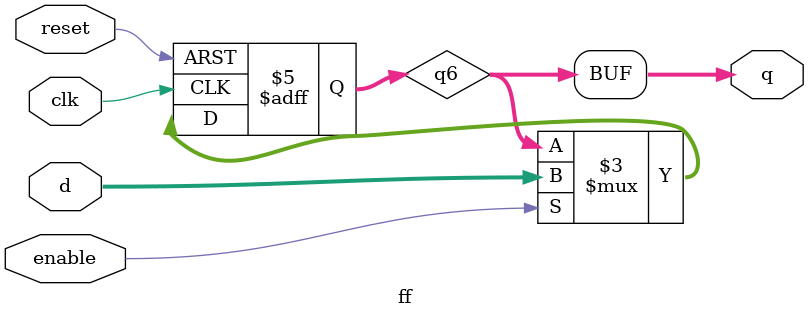
<source format=v>
module ff #(

parameter WHIDT = 32
)
(
		input		[WHIDT-1 : 0] d, 
		input 	clk, 
		input		reset, 
		input		enable,
		output 	[WHIDT-1 : 0] q
);
		reg 		[WHIDT-1 : 0] q6;
		
   always @(posedge clk or negedge reset) begin
      if (!reset)
         q6 <= 0;
      else if(enable)
         q6 <= d;
   end
  assign q = q6;
endmodule

</source>
